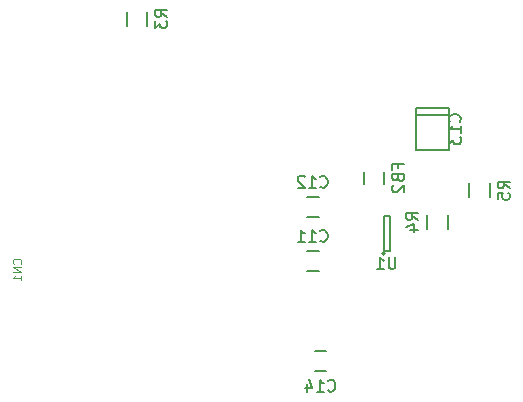
<source format=gbo>
G04 #@! TF.FileFunction,Legend,Bot*
%FSLAX46Y46*%
G04 Gerber Fmt 4.6, Leading zero omitted, Abs format (unit mm)*
G04 Created by KiCad (PCBNEW 4.0.1-3.201512221402+6198~38~ubuntu14.04.1-stable) date Tue 26 Jan 2016 10:17:27 AM EST*
%MOMM*%
G01*
G04 APERTURE LIST*
%ADD10C,0.100000*%
%ADD11C,0.150000*%
G04 APERTURE END LIST*
D10*
D11*
X31333600Y-28248400D02*
X32333600Y-28248400D01*
X32333600Y-29948400D02*
X31333600Y-29948400D01*
X31333600Y-23676400D02*
X32333600Y-23676400D01*
X32333600Y-25376400D02*
X31333600Y-25376400D01*
X37932800Y-28461600D02*
G75*
G03X37932800Y-28461600I-100000J0D01*
G01*
X38382800Y-28211600D02*
X37882800Y-28211600D01*
X38382800Y-25311600D02*
X38382800Y-28211600D01*
X37882800Y-25311600D02*
X38382800Y-25311600D01*
X37882800Y-28211600D02*
X37882800Y-25311600D01*
X37865200Y-21537200D02*
X37865200Y-22537200D01*
X36165200Y-22537200D02*
X36165200Y-21537200D01*
X43339800Y-16715900D02*
X40545800Y-16715900D01*
X43339800Y-16144400D02*
X43339800Y-19700400D01*
X43339800Y-19700400D02*
X40545800Y-19700400D01*
X40545800Y-19700400D02*
X40545800Y-16144400D01*
X40545800Y-16144400D02*
X43339800Y-16144400D01*
X16074200Y-7975200D02*
X16074200Y-9175200D01*
X17824200Y-9175200D02*
X17824200Y-7975200D01*
X43275000Y-26371000D02*
X43275000Y-25171000D01*
X41525000Y-25171000D02*
X41525000Y-26371000D01*
X45081000Y-22504000D02*
X45081000Y-23704000D01*
X46831000Y-23704000D02*
X46831000Y-22504000D01*
X32994000Y-38432000D02*
X31994000Y-38432000D01*
X31994000Y-36732000D02*
X32994000Y-36732000D01*
D10*
X7100000Y-29316667D02*
X7133333Y-29283333D01*
X7166667Y-29183333D01*
X7166667Y-29116667D01*
X7133333Y-29016667D01*
X7066667Y-28950000D01*
X7000000Y-28916667D01*
X6866667Y-28883333D01*
X6766667Y-28883333D01*
X6633333Y-28916667D01*
X6566667Y-28950000D01*
X6500000Y-29016667D01*
X6466667Y-29116667D01*
X6466667Y-29183333D01*
X6500000Y-29283333D01*
X6533333Y-29316667D01*
X7166667Y-29616667D02*
X6466667Y-29616667D01*
X7166667Y-30016667D01*
X6466667Y-30016667D01*
X7166667Y-30716666D02*
X7166667Y-30316666D01*
X7166667Y-30516666D02*
X6466667Y-30516666D01*
X6566667Y-30450000D01*
X6633333Y-30383333D01*
X6666667Y-30316666D01*
D11*
X32476457Y-27355543D02*
X32524076Y-27403162D01*
X32666933Y-27450781D01*
X32762171Y-27450781D01*
X32905029Y-27403162D01*
X33000267Y-27307924D01*
X33047886Y-27212686D01*
X33095505Y-27022210D01*
X33095505Y-26879352D01*
X33047886Y-26688876D01*
X33000267Y-26593638D01*
X32905029Y-26498400D01*
X32762171Y-26450781D01*
X32666933Y-26450781D01*
X32524076Y-26498400D01*
X32476457Y-26546019D01*
X31524076Y-27450781D02*
X32095505Y-27450781D01*
X31809791Y-27450781D02*
X31809791Y-26450781D01*
X31905029Y-26593638D01*
X32000267Y-26688876D01*
X32095505Y-26736495D01*
X30571695Y-27450781D02*
X31143124Y-27450781D01*
X30857410Y-27450781D02*
X30857410Y-26450781D01*
X30952648Y-26593638D01*
X31047886Y-26688876D01*
X31143124Y-26736495D01*
X32476457Y-22783543D02*
X32524076Y-22831162D01*
X32666933Y-22878781D01*
X32762171Y-22878781D01*
X32905029Y-22831162D01*
X33000267Y-22735924D01*
X33047886Y-22640686D01*
X33095505Y-22450210D01*
X33095505Y-22307352D01*
X33047886Y-22116876D01*
X33000267Y-22021638D01*
X32905029Y-21926400D01*
X32762171Y-21878781D01*
X32666933Y-21878781D01*
X32524076Y-21926400D01*
X32476457Y-21974019D01*
X31524076Y-22878781D02*
X32095505Y-22878781D01*
X31809791Y-22878781D02*
X31809791Y-21878781D01*
X31905029Y-22021638D01*
X32000267Y-22116876D01*
X32095505Y-22164495D01*
X31143124Y-21974019D02*
X31095505Y-21926400D01*
X31000267Y-21878781D01*
X30762171Y-21878781D01*
X30666933Y-21926400D01*
X30619314Y-21974019D01*
X30571695Y-22069257D01*
X30571695Y-22164495D01*
X30619314Y-22307352D01*
X31190743Y-22878781D01*
X30571695Y-22878781D01*
X38844705Y-28763981D02*
X38844705Y-29573505D01*
X38797086Y-29668743D01*
X38749467Y-29716362D01*
X38654229Y-29763981D01*
X38463752Y-29763981D01*
X38368514Y-29716362D01*
X38320895Y-29668743D01*
X38273276Y-29573505D01*
X38273276Y-28763981D01*
X37273276Y-29763981D02*
X37844705Y-29763981D01*
X37558991Y-29763981D02*
X37558991Y-28763981D01*
X37654229Y-28906838D01*
X37749467Y-29002076D01*
X37844705Y-29049695D01*
X39043771Y-21203867D02*
X39043771Y-20870533D01*
X39567581Y-20870533D02*
X38567581Y-20870533D01*
X38567581Y-21346724D01*
X39043771Y-22061010D02*
X39091390Y-22203867D01*
X39139010Y-22251486D01*
X39234248Y-22299105D01*
X39377105Y-22299105D01*
X39472343Y-22251486D01*
X39519962Y-22203867D01*
X39567581Y-22108629D01*
X39567581Y-21727676D01*
X38567581Y-21727676D01*
X38567581Y-22061010D01*
X38615200Y-22156248D01*
X38662819Y-22203867D01*
X38758057Y-22251486D01*
X38853295Y-22251486D01*
X38948533Y-22203867D01*
X38996152Y-22156248D01*
X39043771Y-22061010D01*
X39043771Y-21727676D01*
X38662819Y-22680057D02*
X38615200Y-22727676D01*
X38567581Y-22822914D01*
X38567581Y-23061010D01*
X38615200Y-23156248D01*
X38662819Y-23203867D01*
X38758057Y-23251486D01*
X38853295Y-23251486D01*
X38996152Y-23203867D01*
X39567581Y-22632438D01*
X39567581Y-23251486D01*
X44268443Y-17279543D02*
X44316062Y-17231924D01*
X44363681Y-17089067D01*
X44363681Y-16993829D01*
X44316062Y-16850971D01*
X44220824Y-16755733D01*
X44125586Y-16708114D01*
X43935110Y-16660495D01*
X43792252Y-16660495D01*
X43601776Y-16708114D01*
X43506538Y-16755733D01*
X43411300Y-16850971D01*
X43363681Y-16993829D01*
X43363681Y-17089067D01*
X43411300Y-17231924D01*
X43458919Y-17279543D01*
X44363681Y-18231924D02*
X44363681Y-17660495D01*
X44363681Y-17946209D02*
X43363681Y-17946209D01*
X43506538Y-17850971D01*
X43601776Y-17755733D01*
X43649395Y-17660495D01*
X43363681Y-18565257D02*
X43363681Y-19184305D01*
X43744633Y-18850971D01*
X43744633Y-18993829D01*
X43792252Y-19089067D01*
X43839871Y-19136686D01*
X43935110Y-19184305D01*
X44173205Y-19184305D01*
X44268443Y-19136686D01*
X44316062Y-19089067D01*
X44363681Y-18993829D01*
X44363681Y-18708114D01*
X44316062Y-18612876D01*
X44268443Y-18565257D01*
X19501581Y-8408534D02*
X19025390Y-8075200D01*
X19501581Y-7837105D02*
X18501581Y-7837105D01*
X18501581Y-8218058D01*
X18549200Y-8313296D01*
X18596819Y-8360915D01*
X18692057Y-8408534D01*
X18834914Y-8408534D01*
X18930152Y-8360915D01*
X18977771Y-8313296D01*
X19025390Y-8218058D01*
X19025390Y-7837105D01*
X18501581Y-8741867D02*
X18501581Y-9360915D01*
X18882533Y-9027581D01*
X18882533Y-9170439D01*
X18930152Y-9265677D01*
X18977771Y-9313296D01*
X19073010Y-9360915D01*
X19311105Y-9360915D01*
X19406343Y-9313296D01*
X19453962Y-9265677D01*
X19501581Y-9170439D01*
X19501581Y-8884724D01*
X19453962Y-8789486D01*
X19406343Y-8741867D01*
X40752381Y-25604334D02*
X40276190Y-25271000D01*
X40752381Y-25032905D02*
X39752381Y-25032905D01*
X39752381Y-25413858D01*
X39800000Y-25509096D01*
X39847619Y-25556715D01*
X39942857Y-25604334D01*
X40085714Y-25604334D01*
X40180952Y-25556715D01*
X40228571Y-25509096D01*
X40276190Y-25413858D01*
X40276190Y-25032905D01*
X40085714Y-26461477D02*
X40752381Y-26461477D01*
X39704762Y-26223381D02*
X40419048Y-25985286D01*
X40419048Y-26604334D01*
X48508381Y-22937334D02*
X48032190Y-22604000D01*
X48508381Y-22365905D02*
X47508381Y-22365905D01*
X47508381Y-22746858D01*
X47556000Y-22842096D01*
X47603619Y-22889715D01*
X47698857Y-22937334D01*
X47841714Y-22937334D01*
X47936952Y-22889715D01*
X47984571Y-22842096D01*
X48032190Y-22746858D01*
X48032190Y-22365905D01*
X47508381Y-23842096D02*
X47508381Y-23365905D01*
X47984571Y-23318286D01*
X47936952Y-23365905D01*
X47889333Y-23461143D01*
X47889333Y-23699239D01*
X47936952Y-23794477D01*
X47984571Y-23842096D01*
X48079810Y-23889715D01*
X48317905Y-23889715D01*
X48413143Y-23842096D01*
X48460762Y-23794477D01*
X48508381Y-23699239D01*
X48508381Y-23461143D01*
X48460762Y-23365905D01*
X48413143Y-23318286D01*
X33136857Y-40039143D02*
X33184476Y-40086762D01*
X33327333Y-40134381D01*
X33422571Y-40134381D01*
X33565429Y-40086762D01*
X33660667Y-39991524D01*
X33708286Y-39896286D01*
X33755905Y-39705810D01*
X33755905Y-39562952D01*
X33708286Y-39372476D01*
X33660667Y-39277238D01*
X33565429Y-39182000D01*
X33422571Y-39134381D01*
X33327333Y-39134381D01*
X33184476Y-39182000D01*
X33136857Y-39229619D01*
X32184476Y-40134381D02*
X32755905Y-40134381D01*
X32470191Y-40134381D02*
X32470191Y-39134381D01*
X32565429Y-39277238D01*
X32660667Y-39372476D01*
X32755905Y-39420095D01*
X31327333Y-39467714D02*
X31327333Y-40134381D01*
X31565429Y-39086762D02*
X31803524Y-39801048D01*
X31184476Y-39801048D01*
M02*

</source>
